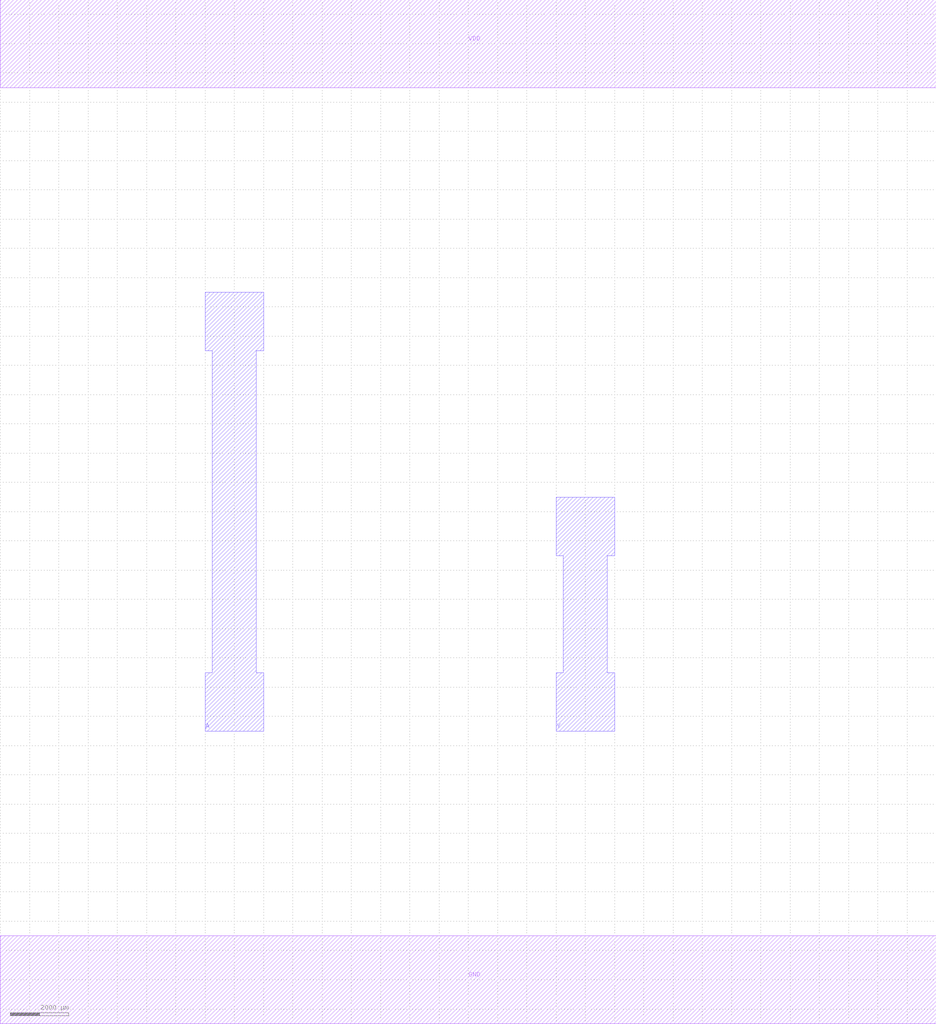
<source format=lef>
MACRO BUFX4
 CLASS CORE ;
 ORIGIN 0 0 ;
 FOREIGN BUFX4 0 0 ;
 SITE CORE ;
 SYMMETRY X Y R90 ;
  PIN VDD
   DIRECTION INOUT ;
   USE SIGNAL ;
   SHAPE ABUTMENT ;
    PORT
     CLASS CORE ;
       LAYER metal1 ;
        RECT 0.00000000 30500.00000000 32000.00000000 33500.00000000 ;
    END
  END VDD

  PIN GND
   DIRECTION INOUT ;
   USE SIGNAL ;
   SHAPE ABUTMENT ;
    PORT
     CLASS CORE ;
       LAYER metal1 ;
        RECT 0.00000000 -1500.00000000 32000.00000000 1500.00000000 ;
    END
  END GND

  PIN Y
   DIRECTION INOUT ;
   USE SIGNAL ;
   SHAPE ABUTMENT ;
    PORT
     CLASS CORE ;
       LAYER metal2 ;
        POLYGON 19000.00000000 8500.00000000 19000.00000000 10500.00000000 19250.00000000 10500.00000000 19250.00000000 14500.00000000 19000.00000000 14500.00000000 19000.00000000 16500.00000000 21000.00000000 16500.00000000 21000.00000000 14500.00000000 20750.00000000 14500.00000000 20750.00000000 10500.00000000 21000.00000000 10500.00000000 21000.00000000 8500.00000000 ;
    END
  END Y

  PIN A
   DIRECTION INOUT ;
   USE SIGNAL ;
   SHAPE ABUTMENT ;
    PORT
     CLASS CORE ;
       LAYER metal2 ;
        POLYGON 7000.00000000 8500.00000000 7000.00000000 10500.00000000 7250.00000000 10500.00000000 7250.00000000 21500.00000000 7000.00000000 21500.00000000 7000.00000000 23500.00000000 9000.00000000 23500.00000000 9000.00000000 21500.00000000 8750.00000000 21500.00000000 8750.00000000 10500.00000000 9000.00000000 10500.00000000 9000.00000000 8500.00000000 ;
    END
  END A


END BUFX4

</source>
